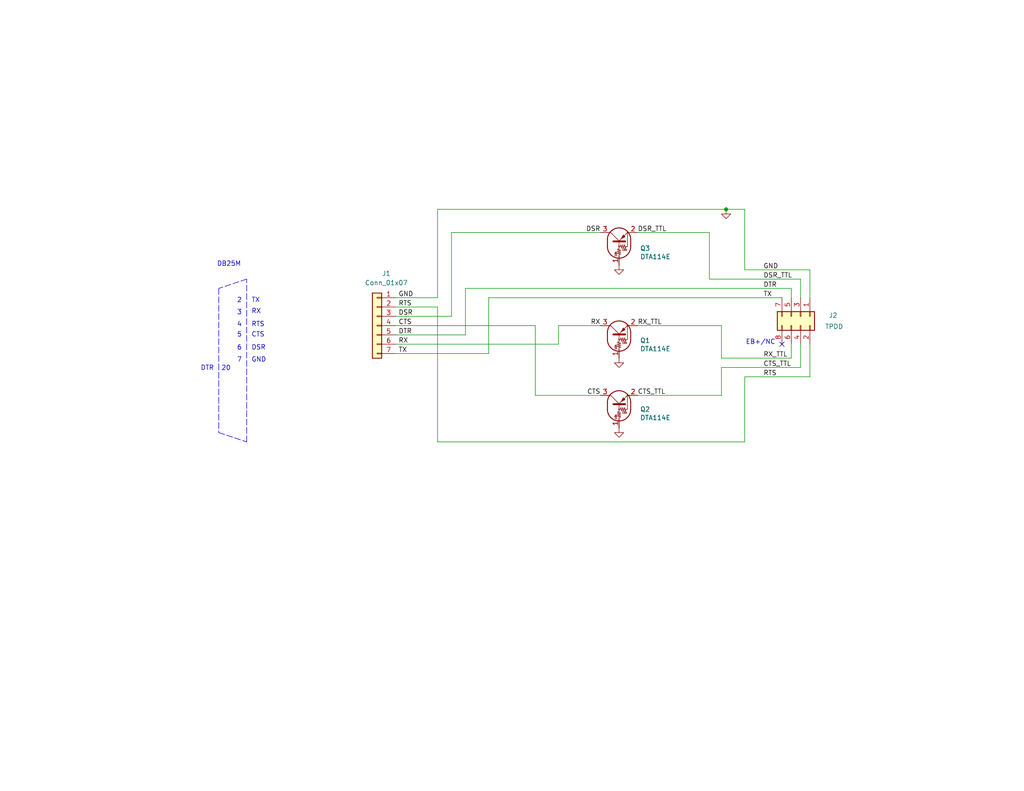
<source format=kicad_sch>
(kicad_sch (version 20231120) (generator "eeschema") (generator_version "8.0")
  (paper "USLetter")
  (title_block (title "Tandy Portable Disk Drive cable"))
  (lib_symbols
    (symbol "Connector_Generic:Conn_01x07" (pin_names (offset 1.016) hide)
      (property "Reference" "J" (at 0 10.16 0))
      (property "Value" "Conn_01x07" (at 0 -10.16 0))
      (symbol "Conn_01x07_1_1"
        (rectangle (start -1.27 -7.493) (end 0 -7.747) (stroke (width 0.1524)))
        (rectangle (start -1.27 -4.953) (end 0 -5.207) (stroke (width 0.1524)))
        (rectangle (start -1.27 -2.413) (end 0 -2.667) (stroke (width 0.1524)))
        (rectangle (start -1.27 0.127) (end 0 -0.127) (stroke (width 0.1524)))
        (rectangle (start -1.27 2.667) (end 0 2.413) (stroke (width 0.1524)))
        (rectangle (start -1.27 5.207) (end 0 4.953) (stroke (width 0.1524)))
        (rectangle (start -1.27 7.747) (end 0 7.493) (stroke (width 0.1524)))
        (rectangle (start -1.27 8.89) (end 1.27 -8.89) (stroke (width 0.254)) (fill (type background)))
        (pin passive line (at -5.08 7.62 0) (length 3.81) (name "Pin_1") (number "1"))
        (pin passive line (at -5.08 5.08 0) (length 3.81) (name "Pin_2") (number "2"))
        (pin passive line (at -5.08 2.54 0) (length 3.81) (name "Pin_3") (number "3"))
        (pin passive line (at -5.08 0 0) (length 3.81) (name "Pin_4") (number "4"))
        (pin passive line (at -5.08 -2.54 0) (length 3.81) (name "Pin_5") (number "5"))
        (pin passive line (at -5.08 -5.08 0) (length 3.81) (name "Pin_6") (number "6"))
        (pin passive line (at -5.08 -7.62 0) (length 3.81) (name "Pin_7") (number "7"))
      )
    )
    (symbol "Connector_Generic:Conn_02x04_Odd_Even" (pin_names (offset 1.016) hide)
      (property "Reference" "J" (at 1.27 5.08 0))
      (property "Value" "Conn_02x04_Odd_Even" (at 1.27 -7.62 0))
      (symbol "Conn_02x04_Odd_Even_1_1"
        (rectangle (start -1.27 -4.953) (end 0 -5.207) (stroke (width 0.1524)))
        (rectangle (start -1.27 -2.413) (end 0 -2.667) (stroke (width 0.1524)))
        (rectangle (start -1.27 0.127) (end 0 -0.127) (stroke (width 0.1524)))
        (rectangle (start -1.27 2.667) (end 0 2.413) (stroke (width 0.1524)))
        (rectangle (start -1.27 3.81) (end 3.81 -6.35) (stroke (width 0.254)) (fill (type background)))
        (rectangle (start 3.81 -4.953) (end 2.54 -5.207) (stroke (width 0.1524)))
        (rectangle (start 3.81 -2.413) (end 2.54 -2.667) (stroke (width 0.1524)))
        (rectangle (start 3.81 0.127) (end 2.54 -0.127) (stroke (width 0.1524)))
        (rectangle (start 3.81 2.667) (end 2.54 2.413) (stroke (width 0.1524)))
        (pin passive line (at -5.08 2.54 0) (length 3.81) (name "Pin_1") (number "1"))
        (pin passive line (at 7.62 2.54 180) (length 3.81) (name "Pin_2") (number "2"))
        (pin passive line (at -5.08 0 0) (length 3.81) (name "Pin_3") (number "3"))
        (pin passive line (at 7.62 0 180) (length 3.81) (name "Pin_4") (number "4"))
        (pin passive line (at -5.08 -2.54 0) (length 3.81) (name "Pin_5") (number "5"))
        (pin passive line (at 7.62 -2.54 180) (length 3.81) (name "Pin_6") (number "6"))
        (pin passive line (at -5.08 -5.08 0) (length 3.81) (name "Pin_7") (number "7"))
        (pin passive line (at 7.62 -5.08 180) (length 3.81) (name "Pin_8") (number "8"))
      )
    )
    (symbol "Transistor_BJT:DTA114E" (pin_names (offset 0) hide)
      (property "Reference" "Q" (at 5.08 1.905 0))
      (property "Value" "DTA114E" (at 5.08 0 0))
      (symbol "DTA114E_0_0"
        (text "10k" (at -3.302 0.889 0) (effects (font (size 0.508 0.508))))
        (text "10k" (at -2.159 -1.524 900) (effects (font (size 0.508 0.508))))
      )
      (symbol "DTA114E_0_1"
        (circle (center -1.27 0) (radius 0.127))
        (arc (start -1.27 3.175) (mid -4.4311 0) (end -1.27 -3.175) (stroke (width 0.254)))
        (polyline (pts (xy -3.429 0) (xy -3.81 0)))
        (polyline (pts (xy -1.27 -3.175) (xy 0.635 -3.175)) (stroke (width 0.254)))
        (polyline (pts (xy -1.27 3.175) (xy 0.635 3.175)) (stroke (width 0.254)))
        (polyline (pts (xy 0 -0.254) (xy 2.54 2.286)))
        (polyline (pts (xy 0.127 1.524) (xy 0.127 -1.651)) (stroke (width 0.508)) (fill (type outline)))
        (polyline (pts (xy 2.54 2.286) (xy 2.54 2.54)))
        (polyline (pts (xy 2.54 -2.286) (xy 0 0.254) (xy 0 0.254)))
        (polyline (pts (xy 1.397 -1.651) (xy 1.905 -1.143) (xy 0.889 -0.635) (xy 1.397 -1.651)) (fill (type outline)))
        (polyline (pts (xy 0 0) (xy -1.905 0) (xy -2.032 0.508) (xy -2.286 -0.508) (xy -2.54 0.508) (xy -2.794 -0.508) (xy -3.048 0.508) (xy -3.302 -0.508) (xy -3.429 0)))
        (polyline (pts (xy -1.27 0) (xy -1.27 -0.381) (xy -0.762 -0.508) (xy -1.778 -0.762) (xy -0.762 -1.016) (xy -1.778 -1.27) (xy -0.762 -1.524) (xy -1.778 -1.778) (xy -1.27 -1.905) (xy -1.27 -2.286) (xy 2.54 -2.286)))
        (arc (start 0.635 -3.175) (mid 3.7961 0) (end 0.635 3.175) (stroke (width 0.254)))
        (circle (center 2.54 -2.286) (radius 0.127))
      )
      (symbol "DTA114E_1_1"
        (pin input line (at -6.35 0 0) (length 2.54) (name "B") (number "1"))
        (pin passive line (at 2.54 -5.08 90) (length 2.54) (name "E") (number "2"))
        (pin passive line (at 2.54 5.08 270) (length 2.54) (name "C") (number "3"))
      )
    )
    (symbol "power:GNDS" (power) (pin_names (offset 0))
      (property "Value" "GNDS" (at 0 -3.81 0))
      (symbol "GNDS_0_1"
        (polyline (pts (xy 0 0) (xy 0 -1.27) (xy 1.27 -1.27) (xy 0 -2.54) (xy -1.27 -1.27) (xy 0 -1.27)))
      )
      (symbol "GNDS_1_1"
        (pin power_in line (at 0 0 270) (length 0) hide (name "GNDS") (number "1"))
      )
    )
  )
  (junction (at 198.12 57.15))
  (no_connect (at 213.36 93.98))
  (wire (pts (xy 193.548 63.5) (xy 193.548 76.2)))
  (wire (pts (xy 107.95 81.28) (xy 119.38 81.28)))
  (wire (pts (xy 133.35 81.28) (xy 213.36 81.28)))
  (wire (pts (xy 203.2 102.87) (xy 220.98 102.87)))
  (polyline (pts (xy 67.31 120.65) (xy 67.31 76.2)) (stroke (width 0) (type dash)))
  (wire (pts (xy 196.85 88.9) (xy 173.99 88.9)))
  (wire (pts (xy 203.2 73.66) (xy 203.2 57.15)))
  (wire (pts (xy 215.9 93.98) (xy 215.9 97.79)))
  (wire (pts (xy 215.9 81.28) (xy 215.9 78.74)))
  (wire (pts (xy 107.95 88.9) (xy 146.05 88.9)))
  (wire (pts (xy 196.85 97.79) (xy 215.9 97.79)))
  (wire (pts (xy 127 78.74) (xy 215.9 78.74)))
  (wire (pts (xy 193.548 76.2) (xy 218.44 76.2)))
  (wire (pts (xy 173.99 107.95) (xy 196.85 107.95)))
  (wire (pts (xy 123.19 63.5) (xy 163.83 63.5)))
  (wire (pts (xy 133.35 96.52) (xy 133.35 81.28)))
  (wire (pts (xy 196.85 88.9) (xy 196.85 97.79)))
  (wire (pts (xy 173.99 63.5) (xy 193.548 63.5)))
  (wire (pts (xy 119.38 83.82) (xy 119.38 120.65)))
  (wire (pts (xy 107.95 91.44) (xy 127 91.44)))
  (wire (pts (xy 146.05 107.95) (xy 163.83 107.95)))
  (wire (pts (xy 203.2 120.65) (xy 203.2 102.87)))
  (wire (pts (xy 127 91.44) (xy 127 78.74)))
  (polyline (pts (xy 59.69 78.74) (xy 59.69 118.11)) (stroke (width 0) (type dash)))
  (wire (pts (xy 107.95 96.52) (xy 133.35 96.52)))
  (wire (pts (xy 146.05 88.9) (xy 146.05 107.95)))
  (wire (pts (xy 220.98 93.98) (xy 220.98 102.87)))
  (wire (pts (xy 152.4 93.98) (xy 152.4 88.9)))
  (wire (pts (xy 119.38 57.15) (xy 119.38 81.28)))
  (wire (pts (xy 198.12 57.15) (xy 203.2 57.15)))
  (wire (pts (xy 196.85 107.95) (xy 196.85 100.33)))
  (wire (pts (xy 152.4 88.9) (xy 163.83 88.9)))
  (wire (pts (xy 220.98 73.66) (xy 220.98 81.28)))
  (wire (pts (xy 218.44 93.98) (xy 218.44 100.33)))
  (wire (pts (xy 218.44 81.28) (xy 218.44 76.2)))
  (wire (pts (xy 203.2 73.66) (xy 220.98 73.66)))
  (wire (pts (xy 119.38 120.65) (xy 203.2 120.65)))
  (wire (pts (xy 107.95 83.82) (xy 119.38 83.82)))
  (wire (pts (xy 107.95 93.98) (xy 152.4 93.98)))
  (polyline (pts (xy 67.31 76.2) (xy 59.69 78.74)) (stroke (width 0) (type dash)))
  (wire (pts (xy 107.95 86.36) (xy 123.19 86.36)))
  (wire (pts (xy 119.38 57.15) (xy 198.12 57.15)))
  (polyline (pts (xy 59.69 118.11) (xy 67.31 120.65)) (stroke (width 0) (type dash)))
  (wire (pts (xy 196.85 100.33) (xy 218.44 100.33)))
  (wire (pts (xy 123.19 86.36) (xy 123.19 63.5)))
  (text "2" (at 66.04 82.804 0) (effects (font (size 1.27 1.27)) (justify right bottom)))
  (text "DB25M" (at 65.786 72.898 0) (effects (font (size 1.27 1.27)) (justify right bottom)))
  (text "20" (at 62.992 101.346 0) (effects (font (size 1.27 1.27)) (justify right bottom)))
  (text "TX" (at 68.58 82.042 0) (effects (font (size 1.27 1.27)) (justify left)))
  (text "GND" (at 68.58 98.298 0) (effects (font (size 1.27 1.27)) (justify left)))
  (text "6" (at 66.04 95.758 0) (effects (font (size 1.27 1.27)) (justify right bottom)))
  (text "RTS" (at 68.58 88.646 0) (effects (font (size 1.27 1.27)) (justify left)))
  (text "5" (at 66.04 92.202 0) (effects (font (size 1.27 1.27)) (justify right bottom)))
  (text "7" (at 66.04 99.06 0) (effects (font (size 1.27 1.27)) (justify right bottom)))
  (text "CTS" (at 68.58 91.44 0) (effects (font (size 1.27 1.27)) (justify left)))
  (text "RX" (at 68.58 85.09 0) (effects (font (size 1.27 1.27)) (justify left)))
  (text "DTR" (at 58.42 100.584 0) (effects (font (size 1.27 1.27)) (justify right)))
  (text "4" (at 66.04 89.408 0) (effects (font (size 1.27 1.27)) (justify right bottom)))
  (text "3" (at 66.04 86.106 0) (effects (font (size 1.27 1.27)) (justify right bottom)))
  (text "EB+/NC" (at 211.582 94.234 0) (effects (font (size 1.27 1.27)) (justify right bottom)))
  (text "DSR" (at 68.58 94.996 0) (effects (font (size 1.27 1.27)) (justify left)))
  (label "DSR" (at 163.83 63.5 180))
  (label "RX" (at 108.712 93.98 0))
  (label "DTR" (at 108.712 91.44 0))
  (label "DTR" (at 208.28 78.74 0))
  (label "TX" (at 208.28 81.28 0))
  (label "RX" (at 163.83 88.9 180))
  (label "GND" (at 208.28 73.66 0))
  (label "DSR" (at 108.712 86.36 0))
  (label "RTS" (at 208.28 102.87 0))
  (label "CTS" (at 108.712 88.9 0))
  (label "RX_TTL" (at 208.28 97.79 0))
  (label "RTS" (at 108.712 83.82 0))
  (label "TX" (at 108.712 96.52 0))
  (label "CTS_TTL" (at 208.28 100.33 0))
  (label "CTS_TTL" (at 173.99 107.95 0))
  (label "DSR_TTL" (at 208.28 76.2 0))
  (label "GND" (at 108.712 81.28 0))
  (label "RX_TTL" (at 173.99 88.9 0))
  (label "DSR_TTL" (at 173.99 63.5 0))
  (label "CTS" (at 163.83 107.95 180))
  (symbol (lib_id "Transistor_BJT:DTA114E") (at 168.91 91.44 90) (unit 1)
    (property "Reference" "Q1" (at 176.022 92.964 90))
    (property "Value" "DTA114E" (at 178.816 95.25 90))
    (property "Footprint" "000_LOCAL:SC-59" (effects (hide yes)))
  )
  (symbol (lib_id "Transistor_BJT:DTA114E") (at 168.91 110.49 90) (unit 1)
    (property "Reference" "Q2" (at 176.022 111.76 90))
    (property "Value" "DTA114E" (at 178.816 114.046 90))
    (property "Footprint" "000_LOCAL:SC-59" (effects (hide yes)))
  )
  (symbol (lib_id "Transistor_BJT:DTA114E") (at 168.91 66.04 90) (unit 1)
    (property "Reference" "Q3" (at 176.022 67.818 90))
    (property "Value" "DTA114E" (at 178.816 70.104 90))
    (property "Footprint" "000_LOCAL:SC-59" (effects (hide yes)))
  )
  (symbol (lib_id "Connector_Generic:Conn_01x07") (at 102.87 88.9 0) (mirror y) (unit 1)
    (property "Reference" "J1" (at 105.41 74.676 0))
    (property "Value" "Conn_01x07" (at 105.41 77.216 0))
    (property "Footprint" "000_LOCAL:1x7x2mm" (effects (hide yes)))
  )
  (symbol (lib_id "Connector_Generic:Conn_02x04_Odd_Even") (at 218.44 86.36 270) (unit 1)
    (property "Reference" "J2" (at 227.33 86.106 90))
    (property "Value" "TPDD" (at 227.584 89.154 90))
    (property "Footprint" "000_LOCAL:2x4_header_on_edge" (effects (hide yes)))
  )
  (symbol (lib_id "power:GNDS") (at 168.91 72.39 0) (unit 1)
    (property "Reference" "#PWR01" (effects (hide yes)))
    (property "Value" "GND" (effects (hide yes)))
  )
  (symbol (lib_id "power:GNDS") (at 168.91 116.84 0) (unit 1)
    (property "Reference" "#PWR02" (effects (hide yes)))
    (property "Value" "GND" (effects (hide yes)))
  )
  (symbol (lib_id "power:GNDS") (at 168.91 97.79 0) (unit 1)
    (property "Reference" "#PWR03" (effects (hide yes)))
    (property "Value" "GND" (effects (hide yes)))
  )
  (symbol (lib_id "power:GNDS") (at 198.12 57.15 0) (unit 1)
    (property "Reference" "#PWR04" (effects (hide yes)))
    (property "Value" "GND" (effects (hide yes)))
  )
)
</source>
